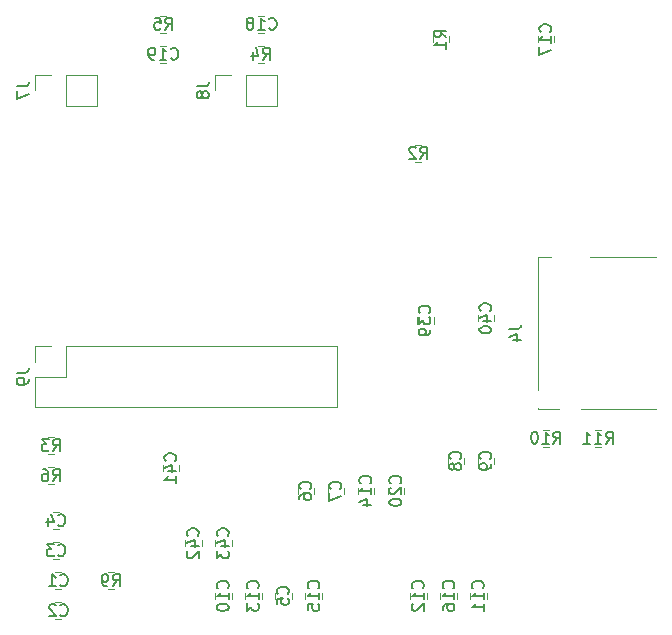
<source format=gbr>
G04 #@! TF.GenerationSoftware,KiCad,Pcbnew,(5.1.5)-3*
G04 #@! TF.CreationDate,2020-07-17T21:41:49-04:00*
G04 #@! TF.ProjectId,MONster64,4d4f4e73-7465-4723-9634-2e6b69636164,rev?*
G04 #@! TF.SameCoordinates,Original*
G04 #@! TF.FileFunction,Legend,Bot*
G04 #@! TF.FilePolarity,Positive*
%FSLAX46Y46*%
G04 Gerber Fmt 4.6, Leading zero omitted, Abs format (unit mm)*
G04 Created by KiCad (PCBNEW (5.1.5)-3) date 2020-07-17 21:41:49*
%MOMM*%
%LPD*%
G04 APERTURE LIST*
%ADD10C,0.120000*%
%ADD11C,0.150000*%
G04 APERTURE END LIST*
D10*
X61856252Y-123265000D02*
X61333748Y-123265000D01*
X61856252Y-121845000D02*
X61333748Y-121845000D01*
X61856252Y-124385000D02*
X61333748Y-124385000D01*
X61856252Y-125805000D02*
X61333748Y-125805000D01*
X61665752Y-119305000D02*
X61143248Y-119305000D01*
X61665752Y-120725000D02*
X61143248Y-120725000D01*
X61665752Y-118185000D02*
X61143248Y-118185000D01*
X61665752Y-116765000D02*
X61143248Y-116765000D01*
X81355000Y-124086252D02*
X81355000Y-123563748D01*
X79935000Y-124086252D02*
X79935000Y-123563748D01*
X81840000Y-115196252D02*
X81840000Y-114673748D01*
X83260000Y-115196252D02*
X83260000Y-114673748D01*
X85800000Y-115196252D02*
X85800000Y-114673748D01*
X84380000Y-115196252D02*
X84380000Y-114673748D01*
X94540000Y-112656252D02*
X94540000Y-112133748D01*
X95960000Y-112656252D02*
X95960000Y-112133748D01*
X98500000Y-112656252D02*
X98500000Y-112133748D01*
X97080000Y-112656252D02*
X97080000Y-112133748D01*
X74855000Y-124086252D02*
X74855000Y-123563748D01*
X76275000Y-124086252D02*
X76275000Y-123563748D01*
X97865000Y-124086252D02*
X97865000Y-123563748D01*
X96445000Y-124086252D02*
X96445000Y-123563748D01*
X91365000Y-124086252D02*
X91365000Y-123563748D01*
X92785000Y-124086252D02*
X92785000Y-123563748D01*
X77395000Y-124086252D02*
X77395000Y-123563748D01*
X78815000Y-124086252D02*
X78815000Y-123563748D01*
X88340000Y-115196252D02*
X88340000Y-114673748D01*
X86920000Y-115196252D02*
X86920000Y-114673748D01*
X83895000Y-123563748D02*
X83895000Y-124086252D01*
X82475000Y-123563748D02*
X82475000Y-124086252D01*
X95325000Y-124086252D02*
X95325000Y-123563748D01*
X93905000Y-124086252D02*
X93905000Y-123563748D01*
X102160000Y-76969252D02*
X102160000Y-76446748D01*
X103580000Y-76969252D02*
X103580000Y-76446748D01*
X78478748Y-74728000D02*
X79001252Y-74728000D01*
X78478748Y-76148000D02*
X79001252Y-76148000D01*
X70746252Y-77268000D02*
X70223748Y-77268000D01*
X70746252Y-78688000D02*
X70223748Y-78688000D01*
X90880000Y-115196252D02*
X90880000Y-114673748D01*
X89460000Y-115196252D02*
X89460000Y-114673748D01*
X105875000Y-108035000D02*
X112175000Y-108035000D01*
X106575000Y-95165000D02*
X112175000Y-95165000D01*
X102165000Y-108035000D02*
X103975000Y-108035000D01*
X102165000Y-95165000D02*
X102165000Y-106425000D01*
X103325000Y-95165000D02*
X102165000Y-95165000D01*
X102165000Y-107925000D02*
X102165000Y-108035000D01*
X94690000Y-76969252D02*
X94690000Y-76446748D01*
X93270000Y-76969252D02*
X93270000Y-76446748D01*
X92336252Y-85650000D02*
X91813748Y-85650000D01*
X92336252Y-87070000D02*
X91813748Y-87070000D01*
X61221252Y-110415000D02*
X60698748Y-110415000D01*
X61221252Y-111835000D02*
X60698748Y-111835000D01*
X79001252Y-77268000D02*
X78478748Y-77268000D01*
X79001252Y-78688000D02*
X78478748Y-78688000D01*
X70223748Y-74728000D02*
X70746252Y-74728000D01*
X70223748Y-76148000D02*
X70746252Y-76148000D01*
X60698748Y-112955000D02*
X61221252Y-112955000D01*
X60698748Y-114375000D02*
X61221252Y-114375000D01*
X65778748Y-121845000D02*
X66301252Y-121845000D01*
X65778748Y-123265000D02*
X66301252Y-123265000D01*
X102608748Y-109780000D02*
X103131252Y-109780000D01*
X102608748Y-111200000D02*
X103131252Y-111200000D01*
X107053748Y-109780000D02*
X107576252Y-109780000D01*
X107053748Y-111200000D02*
X107576252Y-111200000D01*
X93356500Y-100259248D02*
X93356500Y-100781752D01*
X91936500Y-100259248D02*
X91936500Y-100781752D01*
X98500000Y-100591252D02*
X98500000Y-100068748D01*
X97080000Y-100591252D02*
X97080000Y-100068748D01*
X64830000Y-79696000D02*
X64830000Y-82356000D01*
X62230000Y-79696000D02*
X64830000Y-79696000D01*
X62230000Y-82356000D02*
X64830000Y-82356000D01*
X62230000Y-79696000D02*
X62230000Y-82356000D01*
X60960000Y-79696000D02*
X59630000Y-79696000D01*
X59630000Y-79696000D02*
X59630000Y-81026000D01*
X74870000Y-79696000D02*
X74870000Y-81026000D01*
X76200000Y-79696000D02*
X74870000Y-79696000D01*
X77470000Y-79696000D02*
X77470000Y-82356000D01*
X77470000Y-82356000D02*
X80070000Y-82356000D01*
X77470000Y-79696000D02*
X80070000Y-79696000D01*
X80070000Y-79696000D02*
X80070000Y-82356000D01*
X85150000Y-102683000D02*
X85150000Y-107883000D01*
X62230000Y-102683000D02*
X85150000Y-102683000D01*
X59630000Y-107883000D02*
X85150000Y-107883000D01*
X62230000Y-102683000D02*
X62230000Y-105283000D01*
X62230000Y-105283000D02*
X59630000Y-105283000D01*
X59630000Y-105283000D02*
X59630000Y-107883000D01*
X60960000Y-102683000D02*
X59630000Y-102683000D01*
X59630000Y-102683000D02*
X59630000Y-104013000D01*
X70410000Y-112768748D02*
X70410000Y-113291252D01*
X71830000Y-112768748D02*
X71830000Y-113291252D01*
X72315000Y-119118748D02*
X72315000Y-119641252D01*
X73735000Y-119118748D02*
X73735000Y-119641252D01*
X76275000Y-119118748D02*
X76275000Y-119641252D01*
X74855000Y-119118748D02*
X74855000Y-119641252D01*
D11*
X61761666Y-122912142D02*
X61809285Y-122959761D01*
X61952142Y-123007380D01*
X62047380Y-123007380D01*
X62190238Y-122959761D01*
X62285476Y-122864523D01*
X62333095Y-122769285D01*
X62380714Y-122578809D01*
X62380714Y-122435952D01*
X62333095Y-122245476D01*
X62285476Y-122150238D01*
X62190238Y-122055000D01*
X62047380Y-122007380D01*
X61952142Y-122007380D01*
X61809285Y-122055000D01*
X61761666Y-122102619D01*
X60809285Y-123007380D02*
X61380714Y-123007380D01*
X61095000Y-123007380D02*
X61095000Y-122007380D01*
X61190238Y-122150238D01*
X61285476Y-122245476D01*
X61380714Y-122293095D01*
X61761666Y-125452142D02*
X61809285Y-125499761D01*
X61952142Y-125547380D01*
X62047380Y-125547380D01*
X62190238Y-125499761D01*
X62285476Y-125404523D01*
X62333095Y-125309285D01*
X62380714Y-125118809D01*
X62380714Y-124975952D01*
X62333095Y-124785476D01*
X62285476Y-124690238D01*
X62190238Y-124595000D01*
X62047380Y-124547380D01*
X61952142Y-124547380D01*
X61809285Y-124595000D01*
X61761666Y-124642619D01*
X61380714Y-124642619D02*
X61333095Y-124595000D01*
X61237857Y-124547380D01*
X60999761Y-124547380D01*
X60904523Y-124595000D01*
X60856904Y-124642619D01*
X60809285Y-124737857D01*
X60809285Y-124833095D01*
X60856904Y-124975952D01*
X61428333Y-125547380D01*
X60809285Y-125547380D01*
X61571166Y-120372142D02*
X61618785Y-120419761D01*
X61761642Y-120467380D01*
X61856880Y-120467380D01*
X61999738Y-120419761D01*
X62094976Y-120324523D01*
X62142595Y-120229285D01*
X62190214Y-120038809D01*
X62190214Y-119895952D01*
X62142595Y-119705476D01*
X62094976Y-119610238D01*
X61999738Y-119515000D01*
X61856880Y-119467380D01*
X61761642Y-119467380D01*
X61618785Y-119515000D01*
X61571166Y-119562619D01*
X61237833Y-119467380D02*
X60618785Y-119467380D01*
X60952119Y-119848333D01*
X60809261Y-119848333D01*
X60714023Y-119895952D01*
X60666404Y-119943571D01*
X60618785Y-120038809D01*
X60618785Y-120276904D01*
X60666404Y-120372142D01*
X60714023Y-120419761D01*
X60809261Y-120467380D01*
X61094976Y-120467380D01*
X61190214Y-120419761D01*
X61237833Y-120372142D01*
X61571166Y-117832142D02*
X61618785Y-117879761D01*
X61761642Y-117927380D01*
X61856880Y-117927380D01*
X61999738Y-117879761D01*
X62094976Y-117784523D01*
X62142595Y-117689285D01*
X62190214Y-117498809D01*
X62190214Y-117355952D01*
X62142595Y-117165476D01*
X62094976Y-117070238D01*
X61999738Y-116975000D01*
X61856880Y-116927380D01*
X61761642Y-116927380D01*
X61618785Y-116975000D01*
X61571166Y-117022619D01*
X60714023Y-117260714D02*
X60714023Y-117927380D01*
X60952119Y-116879761D02*
X61190214Y-117594047D01*
X60571166Y-117594047D01*
X81002142Y-123658333D02*
X81049761Y-123610714D01*
X81097380Y-123467857D01*
X81097380Y-123372619D01*
X81049761Y-123229761D01*
X80954523Y-123134523D01*
X80859285Y-123086904D01*
X80668809Y-123039285D01*
X80525952Y-123039285D01*
X80335476Y-123086904D01*
X80240238Y-123134523D01*
X80145000Y-123229761D01*
X80097380Y-123372619D01*
X80097380Y-123467857D01*
X80145000Y-123610714D01*
X80192619Y-123658333D01*
X80097380Y-124563095D02*
X80097380Y-124086904D01*
X80573571Y-124039285D01*
X80525952Y-124086904D01*
X80478333Y-124182142D01*
X80478333Y-124420238D01*
X80525952Y-124515476D01*
X80573571Y-124563095D01*
X80668809Y-124610714D01*
X80906904Y-124610714D01*
X81002142Y-124563095D01*
X81049761Y-124515476D01*
X81097380Y-124420238D01*
X81097380Y-124182142D01*
X81049761Y-124086904D01*
X81002142Y-124039285D01*
X82907142Y-114768333D02*
X82954761Y-114720714D01*
X83002380Y-114577857D01*
X83002380Y-114482619D01*
X82954761Y-114339761D01*
X82859523Y-114244523D01*
X82764285Y-114196904D01*
X82573809Y-114149285D01*
X82430952Y-114149285D01*
X82240476Y-114196904D01*
X82145238Y-114244523D01*
X82050000Y-114339761D01*
X82002380Y-114482619D01*
X82002380Y-114577857D01*
X82050000Y-114720714D01*
X82097619Y-114768333D01*
X82002380Y-115625476D02*
X82002380Y-115435000D01*
X82050000Y-115339761D01*
X82097619Y-115292142D01*
X82240476Y-115196904D01*
X82430952Y-115149285D01*
X82811904Y-115149285D01*
X82907142Y-115196904D01*
X82954761Y-115244523D01*
X83002380Y-115339761D01*
X83002380Y-115530238D01*
X82954761Y-115625476D01*
X82907142Y-115673095D01*
X82811904Y-115720714D01*
X82573809Y-115720714D01*
X82478571Y-115673095D01*
X82430952Y-115625476D01*
X82383333Y-115530238D01*
X82383333Y-115339761D01*
X82430952Y-115244523D01*
X82478571Y-115196904D01*
X82573809Y-115149285D01*
X85447142Y-114768333D02*
X85494761Y-114720714D01*
X85542380Y-114577857D01*
X85542380Y-114482619D01*
X85494761Y-114339761D01*
X85399523Y-114244523D01*
X85304285Y-114196904D01*
X85113809Y-114149285D01*
X84970952Y-114149285D01*
X84780476Y-114196904D01*
X84685238Y-114244523D01*
X84590000Y-114339761D01*
X84542380Y-114482619D01*
X84542380Y-114577857D01*
X84590000Y-114720714D01*
X84637619Y-114768333D01*
X84542380Y-115101666D02*
X84542380Y-115768333D01*
X85542380Y-115339761D01*
X95607142Y-112228333D02*
X95654761Y-112180714D01*
X95702380Y-112037857D01*
X95702380Y-111942619D01*
X95654761Y-111799761D01*
X95559523Y-111704523D01*
X95464285Y-111656904D01*
X95273809Y-111609285D01*
X95130952Y-111609285D01*
X94940476Y-111656904D01*
X94845238Y-111704523D01*
X94750000Y-111799761D01*
X94702380Y-111942619D01*
X94702380Y-112037857D01*
X94750000Y-112180714D01*
X94797619Y-112228333D01*
X95130952Y-112799761D02*
X95083333Y-112704523D01*
X95035714Y-112656904D01*
X94940476Y-112609285D01*
X94892857Y-112609285D01*
X94797619Y-112656904D01*
X94750000Y-112704523D01*
X94702380Y-112799761D01*
X94702380Y-112990238D01*
X94750000Y-113085476D01*
X94797619Y-113133095D01*
X94892857Y-113180714D01*
X94940476Y-113180714D01*
X95035714Y-113133095D01*
X95083333Y-113085476D01*
X95130952Y-112990238D01*
X95130952Y-112799761D01*
X95178571Y-112704523D01*
X95226190Y-112656904D01*
X95321428Y-112609285D01*
X95511904Y-112609285D01*
X95607142Y-112656904D01*
X95654761Y-112704523D01*
X95702380Y-112799761D01*
X95702380Y-112990238D01*
X95654761Y-113085476D01*
X95607142Y-113133095D01*
X95511904Y-113180714D01*
X95321428Y-113180714D01*
X95226190Y-113133095D01*
X95178571Y-113085476D01*
X95130952Y-112990238D01*
X98147142Y-112228333D02*
X98194761Y-112180714D01*
X98242380Y-112037857D01*
X98242380Y-111942619D01*
X98194761Y-111799761D01*
X98099523Y-111704523D01*
X98004285Y-111656904D01*
X97813809Y-111609285D01*
X97670952Y-111609285D01*
X97480476Y-111656904D01*
X97385238Y-111704523D01*
X97290000Y-111799761D01*
X97242380Y-111942619D01*
X97242380Y-112037857D01*
X97290000Y-112180714D01*
X97337619Y-112228333D01*
X98242380Y-112704523D02*
X98242380Y-112895000D01*
X98194761Y-112990238D01*
X98147142Y-113037857D01*
X98004285Y-113133095D01*
X97813809Y-113180714D01*
X97432857Y-113180714D01*
X97337619Y-113133095D01*
X97290000Y-113085476D01*
X97242380Y-112990238D01*
X97242380Y-112799761D01*
X97290000Y-112704523D01*
X97337619Y-112656904D01*
X97432857Y-112609285D01*
X97670952Y-112609285D01*
X97766190Y-112656904D01*
X97813809Y-112704523D01*
X97861428Y-112799761D01*
X97861428Y-112990238D01*
X97813809Y-113085476D01*
X97766190Y-113133095D01*
X97670952Y-113180714D01*
X75922142Y-123182142D02*
X75969761Y-123134523D01*
X76017380Y-122991666D01*
X76017380Y-122896428D01*
X75969761Y-122753571D01*
X75874523Y-122658333D01*
X75779285Y-122610714D01*
X75588809Y-122563095D01*
X75445952Y-122563095D01*
X75255476Y-122610714D01*
X75160238Y-122658333D01*
X75065000Y-122753571D01*
X75017380Y-122896428D01*
X75017380Y-122991666D01*
X75065000Y-123134523D01*
X75112619Y-123182142D01*
X76017380Y-124134523D02*
X76017380Y-123563095D01*
X76017380Y-123848809D02*
X75017380Y-123848809D01*
X75160238Y-123753571D01*
X75255476Y-123658333D01*
X75303095Y-123563095D01*
X75017380Y-124753571D02*
X75017380Y-124848809D01*
X75065000Y-124944047D01*
X75112619Y-124991666D01*
X75207857Y-125039285D01*
X75398333Y-125086904D01*
X75636428Y-125086904D01*
X75826904Y-125039285D01*
X75922142Y-124991666D01*
X75969761Y-124944047D01*
X76017380Y-124848809D01*
X76017380Y-124753571D01*
X75969761Y-124658333D01*
X75922142Y-124610714D01*
X75826904Y-124563095D01*
X75636428Y-124515476D01*
X75398333Y-124515476D01*
X75207857Y-124563095D01*
X75112619Y-124610714D01*
X75065000Y-124658333D01*
X75017380Y-124753571D01*
X97512142Y-123182142D02*
X97559761Y-123134523D01*
X97607380Y-122991666D01*
X97607380Y-122896428D01*
X97559761Y-122753571D01*
X97464523Y-122658333D01*
X97369285Y-122610714D01*
X97178809Y-122563095D01*
X97035952Y-122563095D01*
X96845476Y-122610714D01*
X96750238Y-122658333D01*
X96655000Y-122753571D01*
X96607380Y-122896428D01*
X96607380Y-122991666D01*
X96655000Y-123134523D01*
X96702619Y-123182142D01*
X97607380Y-124134523D02*
X97607380Y-123563095D01*
X97607380Y-123848809D02*
X96607380Y-123848809D01*
X96750238Y-123753571D01*
X96845476Y-123658333D01*
X96893095Y-123563095D01*
X97607380Y-125086904D02*
X97607380Y-124515476D01*
X97607380Y-124801190D02*
X96607380Y-124801190D01*
X96750238Y-124705952D01*
X96845476Y-124610714D01*
X96893095Y-124515476D01*
X92432142Y-123182142D02*
X92479761Y-123134523D01*
X92527380Y-122991666D01*
X92527380Y-122896428D01*
X92479761Y-122753571D01*
X92384523Y-122658333D01*
X92289285Y-122610714D01*
X92098809Y-122563095D01*
X91955952Y-122563095D01*
X91765476Y-122610714D01*
X91670238Y-122658333D01*
X91575000Y-122753571D01*
X91527380Y-122896428D01*
X91527380Y-122991666D01*
X91575000Y-123134523D01*
X91622619Y-123182142D01*
X92527380Y-124134523D02*
X92527380Y-123563095D01*
X92527380Y-123848809D02*
X91527380Y-123848809D01*
X91670238Y-123753571D01*
X91765476Y-123658333D01*
X91813095Y-123563095D01*
X91622619Y-124515476D02*
X91575000Y-124563095D01*
X91527380Y-124658333D01*
X91527380Y-124896428D01*
X91575000Y-124991666D01*
X91622619Y-125039285D01*
X91717857Y-125086904D01*
X91813095Y-125086904D01*
X91955952Y-125039285D01*
X92527380Y-124467857D01*
X92527380Y-125086904D01*
X78462142Y-123182142D02*
X78509761Y-123134523D01*
X78557380Y-122991666D01*
X78557380Y-122896428D01*
X78509761Y-122753571D01*
X78414523Y-122658333D01*
X78319285Y-122610714D01*
X78128809Y-122563095D01*
X77985952Y-122563095D01*
X77795476Y-122610714D01*
X77700238Y-122658333D01*
X77605000Y-122753571D01*
X77557380Y-122896428D01*
X77557380Y-122991666D01*
X77605000Y-123134523D01*
X77652619Y-123182142D01*
X78557380Y-124134523D02*
X78557380Y-123563095D01*
X78557380Y-123848809D02*
X77557380Y-123848809D01*
X77700238Y-123753571D01*
X77795476Y-123658333D01*
X77843095Y-123563095D01*
X77557380Y-124467857D02*
X77557380Y-125086904D01*
X77938333Y-124753571D01*
X77938333Y-124896428D01*
X77985952Y-124991666D01*
X78033571Y-125039285D01*
X78128809Y-125086904D01*
X78366904Y-125086904D01*
X78462142Y-125039285D01*
X78509761Y-124991666D01*
X78557380Y-124896428D01*
X78557380Y-124610714D01*
X78509761Y-124515476D01*
X78462142Y-124467857D01*
X87987142Y-114292142D02*
X88034761Y-114244523D01*
X88082380Y-114101666D01*
X88082380Y-114006428D01*
X88034761Y-113863571D01*
X87939523Y-113768333D01*
X87844285Y-113720714D01*
X87653809Y-113673095D01*
X87510952Y-113673095D01*
X87320476Y-113720714D01*
X87225238Y-113768333D01*
X87130000Y-113863571D01*
X87082380Y-114006428D01*
X87082380Y-114101666D01*
X87130000Y-114244523D01*
X87177619Y-114292142D01*
X88082380Y-115244523D02*
X88082380Y-114673095D01*
X88082380Y-114958809D02*
X87082380Y-114958809D01*
X87225238Y-114863571D01*
X87320476Y-114768333D01*
X87368095Y-114673095D01*
X87415714Y-116101666D02*
X88082380Y-116101666D01*
X87034761Y-115863571D02*
X87749047Y-115625476D01*
X87749047Y-116244523D01*
X83605642Y-123182142D02*
X83653261Y-123134523D01*
X83700880Y-122991666D01*
X83700880Y-122896428D01*
X83653261Y-122753571D01*
X83558023Y-122658333D01*
X83462785Y-122610714D01*
X83272309Y-122563095D01*
X83129452Y-122563095D01*
X82938976Y-122610714D01*
X82843738Y-122658333D01*
X82748500Y-122753571D01*
X82700880Y-122896428D01*
X82700880Y-122991666D01*
X82748500Y-123134523D01*
X82796119Y-123182142D01*
X83700880Y-124134523D02*
X83700880Y-123563095D01*
X83700880Y-123848809D02*
X82700880Y-123848809D01*
X82843738Y-123753571D01*
X82938976Y-123658333D01*
X82986595Y-123563095D01*
X82700880Y-125039285D02*
X82700880Y-124563095D01*
X83177071Y-124515476D01*
X83129452Y-124563095D01*
X83081833Y-124658333D01*
X83081833Y-124896428D01*
X83129452Y-124991666D01*
X83177071Y-125039285D01*
X83272309Y-125086904D01*
X83510404Y-125086904D01*
X83605642Y-125039285D01*
X83653261Y-124991666D01*
X83700880Y-124896428D01*
X83700880Y-124658333D01*
X83653261Y-124563095D01*
X83605642Y-124515476D01*
X95035642Y-123182142D02*
X95083261Y-123134523D01*
X95130880Y-122991666D01*
X95130880Y-122896428D01*
X95083261Y-122753571D01*
X94988023Y-122658333D01*
X94892785Y-122610714D01*
X94702309Y-122563095D01*
X94559452Y-122563095D01*
X94368976Y-122610714D01*
X94273738Y-122658333D01*
X94178500Y-122753571D01*
X94130880Y-122896428D01*
X94130880Y-122991666D01*
X94178500Y-123134523D01*
X94226119Y-123182142D01*
X95130880Y-124134523D02*
X95130880Y-123563095D01*
X95130880Y-123848809D02*
X94130880Y-123848809D01*
X94273738Y-123753571D01*
X94368976Y-123658333D01*
X94416595Y-123563095D01*
X94130880Y-124991666D02*
X94130880Y-124801190D01*
X94178500Y-124705952D01*
X94226119Y-124658333D01*
X94368976Y-124563095D01*
X94559452Y-124515476D01*
X94940404Y-124515476D01*
X95035642Y-124563095D01*
X95083261Y-124610714D01*
X95130880Y-124705952D01*
X95130880Y-124896428D01*
X95083261Y-124991666D01*
X95035642Y-125039285D01*
X94940404Y-125086904D01*
X94702309Y-125086904D01*
X94607071Y-125039285D01*
X94559452Y-124991666D01*
X94511833Y-124896428D01*
X94511833Y-124705952D01*
X94559452Y-124610714D01*
X94607071Y-124563095D01*
X94702309Y-124515476D01*
X103227142Y-76065142D02*
X103274761Y-76017523D01*
X103322380Y-75874666D01*
X103322380Y-75779428D01*
X103274761Y-75636571D01*
X103179523Y-75541333D01*
X103084285Y-75493714D01*
X102893809Y-75446095D01*
X102750952Y-75446095D01*
X102560476Y-75493714D01*
X102465238Y-75541333D01*
X102370000Y-75636571D01*
X102322380Y-75779428D01*
X102322380Y-75874666D01*
X102370000Y-76017523D01*
X102417619Y-76065142D01*
X103322380Y-77017523D02*
X103322380Y-76446095D01*
X103322380Y-76731809D02*
X102322380Y-76731809D01*
X102465238Y-76636571D01*
X102560476Y-76541333D01*
X102608095Y-76446095D01*
X102322380Y-77350857D02*
X102322380Y-78017523D01*
X103322380Y-77588952D01*
X79446357Y-75795142D02*
X79493976Y-75842761D01*
X79636833Y-75890380D01*
X79732071Y-75890380D01*
X79874928Y-75842761D01*
X79970166Y-75747523D01*
X80017785Y-75652285D01*
X80065404Y-75461809D01*
X80065404Y-75318952D01*
X80017785Y-75128476D01*
X79970166Y-75033238D01*
X79874928Y-74938000D01*
X79732071Y-74890380D01*
X79636833Y-74890380D01*
X79493976Y-74938000D01*
X79446357Y-74985619D01*
X78493976Y-75890380D02*
X79065404Y-75890380D01*
X78779690Y-75890380D02*
X78779690Y-74890380D01*
X78874928Y-75033238D01*
X78970166Y-75128476D01*
X79065404Y-75176095D01*
X77922547Y-75318952D02*
X78017785Y-75271333D01*
X78065404Y-75223714D01*
X78113023Y-75128476D01*
X78113023Y-75080857D01*
X78065404Y-74985619D01*
X78017785Y-74938000D01*
X77922547Y-74890380D01*
X77732071Y-74890380D01*
X77636833Y-74938000D01*
X77589214Y-74985619D01*
X77541595Y-75080857D01*
X77541595Y-75128476D01*
X77589214Y-75223714D01*
X77636833Y-75271333D01*
X77732071Y-75318952D01*
X77922547Y-75318952D01*
X78017785Y-75366571D01*
X78065404Y-75414190D01*
X78113023Y-75509428D01*
X78113023Y-75699904D01*
X78065404Y-75795142D01*
X78017785Y-75842761D01*
X77922547Y-75890380D01*
X77732071Y-75890380D01*
X77636833Y-75842761D01*
X77589214Y-75795142D01*
X77541595Y-75699904D01*
X77541595Y-75509428D01*
X77589214Y-75414190D01*
X77636833Y-75366571D01*
X77732071Y-75318952D01*
X71127857Y-78335142D02*
X71175476Y-78382761D01*
X71318333Y-78430380D01*
X71413571Y-78430380D01*
X71556428Y-78382761D01*
X71651666Y-78287523D01*
X71699285Y-78192285D01*
X71746904Y-78001809D01*
X71746904Y-77858952D01*
X71699285Y-77668476D01*
X71651666Y-77573238D01*
X71556428Y-77478000D01*
X71413571Y-77430380D01*
X71318333Y-77430380D01*
X71175476Y-77478000D01*
X71127857Y-77525619D01*
X70175476Y-78430380D02*
X70746904Y-78430380D01*
X70461190Y-78430380D02*
X70461190Y-77430380D01*
X70556428Y-77573238D01*
X70651666Y-77668476D01*
X70746904Y-77716095D01*
X69699285Y-78430380D02*
X69508809Y-78430380D01*
X69413571Y-78382761D01*
X69365952Y-78335142D01*
X69270714Y-78192285D01*
X69223095Y-78001809D01*
X69223095Y-77620857D01*
X69270714Y-77525619D01*
X69318333Y-77478000D01*
X69413571Y-77430380D01*
X69604047Y-77430380D01*
X69699285Y-77478000D01*
X69746904Y-77525619D01*
X69794523Y-77620857D01*
X69794523Y-77858952D01*
X69746904Y-77954190D01*
X69699285Y-78001809D01*
X69604047Y-78049428D01*
X69413571Y-78049428D01*
X69318333Y-78001809D01*
X69270714Y-77954190D01*
X69223095Y-77858952D01*
X90527142Y-114292142D02*
X90574761Y-114244523D01*
X90622380Y-114101666D01*
X90622380Y-114006428D01*
X90574761Y-113863571D01*
X90479523Y-113768333D01*
X90384285Y-113720714D01*
X90193809Y-113673095D01*
X90050952Y-113673095D01*
X89860476Y-113720714D01*
X89765238Y-113768333D01*
X89670000Y-113863571D01*
X89622380Y-114006428D01*
X89622380Y-114101666D01*
X89670000Y-114244523D01*
X89717619Y-114292142D01*
X89717619Y-114673095D02*
X89670000Y-114720714D01*
X89622380Y-114815952D01*
X89622380Y-115054047D01*
X89670000Y-115149285D01*
X89717619Y-115196904D01*
X89812857Y-115244523D01*
X89908095Y-115244523D01*
X90050952Y-115196904D01*
X90622380Y-114625476D01*
X90622380Y-115244523D01*
X89622380Y-115863571D02*
X89622380Y-115958809D01*
X89670000Y-116054047D01*
X89717619Y-116101666D01*
X89812857Y-116149285D01*
X90003333Y-116196904D01*
X90241428Y-116196904D01*
X90431904Y-116149285D01*
X90527142Y-116101666D01*
X90574761Y-116054047D01*
X90622380Y-115958809D01*
X90622380Y-115863571D01*
X90574761Y-115768333D01*
X90527142Y-115720714D01*
X90431904Y-115673095D01*
X90241428Y-115625476D01*
X90003333Y-115625476D01*
X89812857Y-115673095D01*
X89717619Y-115720714D01*
X89670000Y-115768333D01*
X89622380Y-115863571D01*
X99777380Y-101241666D02*
X100491666Y-101241666D01*
X100634523Y-101194047D01*
X100729761Y-101098809D01*
X100777380Y-100955952D01*
X100777380Y-100860714D01*
X100110714Y-102146428D02*
X100777380Y-102146428D01*
X99729761Y-101908333D02*
X100444047Y-101670238D01*
X100444047Y-102289285D01*
X94432380Y-76541333D02*
X93956190Y-76208000D01*
X94432380Y-75969904D02*
X93432380Y-75969904D01*
X93432380Y-76350857D01*
X93480000Y-76446095D01*
X93527619Y-76493714D01*
X93622857Y-76541333D01*
X93765714Y-76541333D01*
X93860952Y-76493714D01*
X93908571Y-76446095D01*
X93956190Y-76350857D01*
X93956190Y-75969904D01*
X94432380Y-77493714D02*
X94432380Y-76922285D01*
X94432380Y-77208000D02*
X93432380Y-77208000D01*
X93575238Y-77112761D01*
X93670476Y-77017523D01*
X93718095Y-76922285D01*
X92241666Y-86812380D02*
X92575000Y-86336190D01*
X92813095Y-86812380D02*
X92813095Y-85812380D01*
X92432142Y-85812380D01*
X92336904Y-85860000D01*
X92289285Y-85907619D01*
X92241666Y-86002857D01*
X92241666Y-86145714D01*
X92289285Y-86240952D01*
X92336904Y-86288571D01*
X92432142Y-86336190D01*
X92813095Y-86336190D01*
X91860714Y-85907619D02*
X91813095Y-85860000D01*
X91717857Y-85812380D01*
X91479761Y-85812380D01*
X91384523Y-85860000D01*
X91336904Y-85907619D01*
X91289285Y-86002857D01*
X91289285Y-86098095D01*
X91336904Y-86240952D01*
X91908333Y-86812380D01*
X91289285Y-86812380D01*
X61126666Y-111577380D02*
X61460000Y-111101190D01*
X61698095Y-111577380D02*
X61698095Y-110577380D01*
X61317142Y-110577380D01*
X61221904Y-110625000D01*
X61174285Y-110672619D01*
X61126666Y-110767857D01*
X61126666Y-110910714D01*
X61174285Y-111005952D01*
X61221904Y-111053571D01*
X61317142Y-111101190D01*
X61698095Y-111101190D01*
X60793333Y-110577380D02*
X60174285Y-110577380D01*
X60507619Y-110958333D01*
X60364761Y-110958333D01*
X60269523Y-111005952D01*
X60221904Y-111053571D01*
X60174285Y-111148809D01*
X60174285Y-111386904D01*
X60221904Y-111482142D01*
X60269523Y-111529761D01*
X60364761Y-111577380D01*
X60650476Y-111577380D01*
X60745714Y-111529761D01*
X60793333Y-111482142D01*
X78906666Y-78430380D02*
X79240000Y-77954190D01*
X79478095Y-78430380D02*
X79478095Y-77430380D01*
X79097142Y-77430380D01*
X79001904Y-77478000D01*
X78954285Y-77525619D01*
X78906666Y-77620857D01*
X78906666Y-77763714D01*
X78954285Y-77858952D01*
X79001904Y-77906571D01*
X79097142Y-77954190D01*
X79478095Y-77954190D01*
X78049523Y-77763714D02*
X78049523Y-78430380D01*
X78287619Y-77382761D02*
X78525714Y-78097047D01*
X77906666Y-78097047D01*
X70651666Y-75890380D02*
X70985000Y-75414190D01*
X71223095Y-75890380D02*
X71223095Y-74890380D01*
X70842142Y-74890380D01*
X70746904Y-74938000D01*
X70699285Y-74985619D01*
X70651666Y-75080857D01*
X70651666Y-75223714D01*
X70699285Y-75318952D01*
X70746904Y-75366571D01*
X70842142Y-75414190D01*
X71223095Y-75414190D01*
X69746904Y-74890380D02*
X70223095Y-74890380D01*
X70270714Y-75366571D01*
X70223095Y-75318952D01*
X70127857Y-75271333D01*
X69889761Y-75271333D01*
X69794523Y-75318952D01*
X69746904Y-75366571D01*
X69699285Y-75461809D01*
X69699285Y-75699904D01*
X69746904Y-75795142D01*
X69794523Y-75842761D01*
X69889761Y-75890380D01*
X70127857Y-75890380D01*
X70223095Y-75842761D01*
X70270714Y-75795142D01*
X61126666Y-114117380D02*
X61460000Y-113641190D01*
X61698095Y-114117380D02*
X61698095Y-113117380D01*
X61317142Y-113117380D01*
X61221904Y-113165000D01*
X61174285Y-113212619D01*
X61126666Y-113307857D01*
X61126666Y-113450714D01*
X61174285Y-113545952D01*
X61221904Y-113593571D01*
X61317142Y-113641190D01*
X61698095Y-113641190D01*
X60269523Y-113117380D02*
X60460000Y-113117380D01*
X60555238Y-113165000D01*
X60602857Y-113212619D01*
X60698095Y-113355476D01*
X60745714Y-113545952D01*
X60745714Y-113926904D01*
X60698095Y-114022142D01*
X60650476Y-114069761D01*
X60555238Y-114117380D01*
X60364761Y-114117380D01*
X60269523Y-114069761D01*
X60221904Y-114022142D01*
X60174285Y-113926904D01*
X60174285Y-113688809D01*
X60221904Y-113593571D01*
X60269523Y-113545952D01*
X60364761Y-113498333D01*
X60555238Y-113498333D01*
X60650476Y-113545952D01*
X60698095Y-113593571D01*
X60745714Y-113688809D01*
X66206666Y-123007380D02*
X66540000Y-122531190D01*
X66778095Y-123007380D02*
X66778095Y-122007380D01*
X66397142Y-122007380D01*
X66301904Y-122055000D01*
X66254285Y-122102619D01*
X66206666Y-122197857D01*
X66206666Y-122340714D01*
X66254285Y-122435952D01*
X66301904Y-122483571D01*
X66397142Y-122531190D01*
X66778095Y-122531190D01*
X65730476Y-123007380D02*
X65540000Y-123007380D01*
X65444761Y-122959761D01*
X65397142Y-122912142D01*
X65301904Y-122769285D01*
X65254285Y-122578809D01*
X65254285Y-122197857D01*
X65301904Y-122102619D01*
X65349523Y-122055000D01*
X65444761Y-122007380D01*
X65635238Y-122007380D01*
X65730476Y-122055000D01*
X65778095Y-122102619D01*
X65825714Y-122197857D01*
X65825714Y-122435952D01*
X65778095Y-122531190D01*
X65730476Y-122578809D01*
X65635238Y-122626428D01*
X65444761Y-122626428D01*
X65349523Y-122578809D01*
X65301904Y-122531190D01*
X65254285Y-122435952D01*
X103512857Y-110942380D02*
X103846190Y-110466190D01*
X104084285Y-110942380D02*
X104084285Y-109942380D01*
X103703333Y-109942380D01*
X103608095Y-109990000D01*
X103560476Y-110037619D01*
X103512857Y-110132857D01*
X103512857Y-110275714D01*
X103560476Y-110370952D01*
X103608095Y-110418571D01*
X103703333Y-110466190D01*
X104084285Y-110466190D01*
X102560476Y-110942380D02*
X103131904Y-110942380D01*
X102846190Y-110942380D02*
X102846190Y-109942380D01*
X102941428Y-110085238D01*
X103036666Y-110180476D01*
X103131904Y-110228095D01*
X101941428Y-109942380D02*
X101846190Y-109942380D01*
X101750952Y-109990000D01*
X101703333Y-110037619D01*
X101655714Y-110132857D01*
X101608095Y-110323333D01*
X101608095Y-110561428D01*
X101655714Y-110751904D01*
X101703333Y-110847142D01*
X101750952Y-110894761D01*
X101846190Y-110942380D01*
X101941428Y-110942380D01*
X102036666Y-110894761D01*
X102084285Y-110847142D01*
X102131904Y-110751904D01*
X102179523Y-110561428D01*
X102179523Y-110323333D01*
X102131904Y-110132857D01*
X102084285Y-110037619D01*
X102036666Y-109990000D01*
X101941428Y-109942380D01*
X107957857Y-110942380D02*
X108291190Y-110466190D01*
X108529285Y-110942380D02*
X108529285Y-109942380D01*
X108148333Y-109942380D01*
X108053095Y-109990000D01*
X108005476Y-110037619D01*
X107957857Y-110132857D01*
X107957857Y-110275714D01*
X108005476Y-110370952D01*
X108053095Y-110418571D01*
X108148333Y-110466190D01*
X108529285Y-110466190D01*
X107005476Y-110942380D02*
X107576904Y-110942380D01*
X107291190Y-110942380D02*
X107291190Y-109942380D01*
X107386428Y-110085238D01*
X107481666Y-110180476D01*
X107576904Y-110228095D01*
X106053095Y-110942380D02*
X106624523Y-110942380D01*
X106338809Y-110942380D02*
X106338809Y-109942380D01*
X106434047Y-110085238D01*
X106529285Y-110180476D01*
X106624523Y-110228095D01*
X93003642Y-99877642D02*
X93051261Y-99830023D01*
X93098880Y-99687166D01*
X93098880Y-99591928D01*
X93051261Y-99449071D01*
X92956023Y-99353833D01*
X92860785Y-99306214D01*
X92670309Y-99258595D01*
X92527452Y-99258595D01*
X92336976Y-99306214D01*
X92241738Y-99353833D01*
X92146500Y-99449071D01*
X92098880Y-99591928D01*
X92098880Y-99687166D01*
X92146500Y-99830023D01*
X92194119Y-99877642D01*
X92098880Y-100210976D02*
X92098880Y-100830023D01*
X92479833Y-100496690D01*
X92479833Y-100639547D01*
X92527452Y-100734785D01*
X92575071Y-100782404D01*
X92670309Y-100830023D01*
X92908404Y-100830023D01*
X93003642Y-100782404D01*
X93051261Y-100734785D01*
X93098880Y-100639547D01*
X93098880Y-100353833D01*
X93051261Y-100258595D01*
X93003642Y-100210976D01*
X93098880Y-101306214D02*
X93098880Y-101496690D01*
X93051261Y-101591928D01*
X93003642Y-101639547D01*
X92860785Y-101734785D01*
X92670309Y-101782404D01*
X92289357Y-101782404D01*
X92194119Y-101734785D01*
X92146500Y-101687166D01*
X92098880Y-101591928D01*
X92098880Y-101401452D01*
X92146500Y-101306214D01*
X92194119Y-101258595D01*
X92289357Y-101210976D01*
X92527452Y-101210976D01*
X92622690Y-101258595D01*
X92670309Y-101306214D01*
X92717928Y-101401452D01*
X92717928Y-101591928D01*
X92670309Y-101687166D01*
X92622690Y-101734785D01*
X92527452Y-101782404D01*
X98147142Y-99687142D02*
X98194761Y-99639523D01*
X98242380Y-99496666D01*
X98242380Y-99401428D01*
X98194761Y-99258571D01*
X98099523Y-99163333D01*
X98004285Y-99115714D01*
X97813809Y-99068095D01*
X97670952Y-99068095D01*
X97480476Y-99115714D01*
X97385238Y-99163333D01*
X97290000Y-99258571D01*
X97242380Y-99401428D01*
X97242380Y-99496666D01*
X97290000Y-99639523D01*
X97337619Y-99687142D01*
X97575714Y-100544285D02*
X98242380Y-100544285D01*
X97194761Y-100306190D02*
X97909047Y-100068095D01*
X97909047Y-100687142D01*
X97242380Y-101258571D02*
X97242380Y-101353809D01*
X97290000Y-101449047D01*
X97337619Y-101496666D01*
X97432857Y-101544285D01*
X97623333Y-101591904D01*
X97861428Y-101591904D01*
X98051904Y-101544285D01*
X98147142Y-101496666D01*
X98194761Y-101449047D01*
X98242380Y-101353809D01*
X98242380Y-101258571D01*
X98194761Y-101163333D01*
X98147142Y-101115714D01*
X98051904Y-101068095D01*
X97861428Y-101020476D01*
X97623333Y-101020476D01*
X97432857Y-101068095D01*
X97337619Y-101115714D01*
X97290000Y-101163333D01*
X97242380Y-101258571D01*
X58082380Y-80692666D02*
X58796666Y-80692666D01*
X58939523Y-80645047D01*
X59034761Y-80549809D01*
X59082380Y-80406952D01*
X59082380Y-80311714D01*
X58082380Y-81073619D02*
X58082380Y-81740285D01*
X59082380Y-81311714D01*
X73322380Y-80692666D02*
X74036666Y-80692666D01*
X74179523Y-80645047D01*
X74274761Y-80549809D01*
X74322380Y-80406952D01*
X74322380Y-80311714D01*
X73750952Y-81311714D02*
X73703333Y-81216476D01*
X73655714Y-81168857D01*
X73560476Y-81121238D01*
X73512857Y-81121238D01*
X73417619Y-81168857D01*
X73370000Y-81216476D01*
X73322380Y-81311714D01*
X73322380Y-81502190D01*
X73370000Y-81597428D01*
X73417619Y-81645047D01*
X73512857Y-81692666D01*
X73560476Y-81692666D01*
X73655714Y-81645047D01*
X73703333Y-81597428D01*
X73750952Y-81502190D01*
X73750952Y-81311714D01*
X73798571Y-81216476D01*
X73846190Y-81168857D01*
X73941428Y-81121238D01*
X74131904Y-81121238D01*
X74227142Y-81168857D01*
X74274761Y-81216476D01*
X74322380Y-81311714D01*
X74322380Y-81502190D01*
X74274761Y-81597428D01*
X74227142Y-81645047D01*
X74131904Y-81692666D01*
X73941428Y-81692666D01*
X73846190Y-81645047D01*
X73798571Y-81597428D01*
X73750952Y-81502190D01*
X58082380Y-104949666D02*
X58796666Y-104949666D01*
X58939523Y-104902047D01*
X59034761Y-104806809D01*
X59082380Y-104663952D01*
X59082380Y-104568714D01*
X59082380Y-105473476D02*
X59082380Y-105663952D01*
X59034761Y-105759190D01*
X58987142Y-105806809D01*
X58844285Y-105902047D01*
X58653809Y-105949666D01*
X58272857Y-105949666D01*
X58177619Y-105902047D01*
X58130000Y-105854428D01*
X58082380Y-105759190D01*
X58082380Y-105568714D01*
X58130000Y-105473476D01*
X58177619Y-105425857D01*
X58272857Y-105378238D01*
X58510952Y-105378238D01*
X58606190Y-105425857D01*
X58653809Y-105473476D01*
X58701428Y-105568714D01*
X58701428Y-105759190D01*
X58653809Y-105854428D01*
X58606190Y-105902047D01*
X58510952Y-105949666D01*
X71477142Y-112387142D02*
X71524761Y-112339523D01*
X71572380Y-112196666D01*
X71572380Y-112101428D01*
X71524761Y-111958571D01*
X71429523Y-111863333D01*
X71334285Y-111815714D01*
X71143809Y-111768095D01*
X71000952Y-111768095D01*
X70810476Y-111815714D01*
X70715238Y-111863333D01*
X70620000Y-111958571D01*
X70572380Y-112101428D01*
X70572380Y-112196666D01*
X70620000Y-112339523D01*
X70667619Y-112387142D01*
X70905714Y-113244285D02*
X71572380Y-113244285D01*
X70524761Y-113006190D02*
X71239047Y-112768095D01*
X71239047Y-113387142D01*
X71572380Y-114291904D02*
X71572380Y-113720476D01*
X71572380Y-114006190D02*
X70572380Y-114006190D01*
X70715238Y-113910952D01*
X70810476Y-113815714D01*
X70858095Y-113720476D01*
X73382142Y-118737142D02*
X73429761Y-118689523D01*
X73477380Y-118546666D01*
X73477380Y-118451428D01*
X73429761Y-118308571D01*
X73334523Y-118213333D01*
X73239285Y-118165714D01*
X73048809Y-118118095D01*
X72905952Y-118118095D01*
X72715476Y-118165714D01*
X72620238Y-118213333D01*
X72525000Y-118308571D01*
X72477380Y-118451428D01*
X72477380Y-118546666D01*
X72525000Y-118689523D01*
X72572619Y-118737142D01*
X72810714Y-119594285D02*
X73477380Y-119594285D01*
X72429761Y-119356190D02*
X73144047Y-119118095D01*
X73144047Y-119737142D01*
X72572619Y-120070476D02*
X72525000Y-120118095D01*
X72477380Y-120213333D01*
X72477380Y-120451428D01*
X72525000Y-120546666D01*
X72572619Y-120594285D01*
X72667857Y-120641904D01*
X72763095Y-120641904D01*
X72905952Y-120594285D01*
X73477380Y-120022857D01*
X73477380Y-120641904D01*
X75922142Y-118737142D02*
X75969761Y-118689523D01*
X76017380Y-118546666D01*
X76017380Y-118451428D01*
X75969761Y-118308571D01*
X75874523Y-118213333D01*
X75779285Y-118165714D01*
X75588809Y-118118095D01*
X75445952Y-118118095D01*
X75255476Y-118165714D01*
X75160238Y-118213333D01*
X75065000Y-118308571D01*
X75017380Y-118451428D01*
X75017380Y-118546666D01*
X75065000Y-118689523D01*
X75112619Y-118737142D01*
X75350714Y-119594285D02*
X76017380Y-119594285D01*
X74969761Y-119356190D02*
X75684047Y-119118095D01*
X75684047Y-119737142D01*
X75017380Y-120022857D02*
X75017380Y-120641904D01*
X75398333Y-120308571D01*
X75398333Y-120451428D01*
X75445952Y-120546666D01*
X75493571Y-120594285D01*
X75588809Y-120641904D01*
X75826904Y-120641904D01*
X75922142Y-120594285D01*
X75969761Y-120546666D01*
X76017380Y-120451428D01*
X76017380Y-120165714D01*
X75969761Y-120070476D01*
X75922142Y-120022857D01*
M02*

</source>
